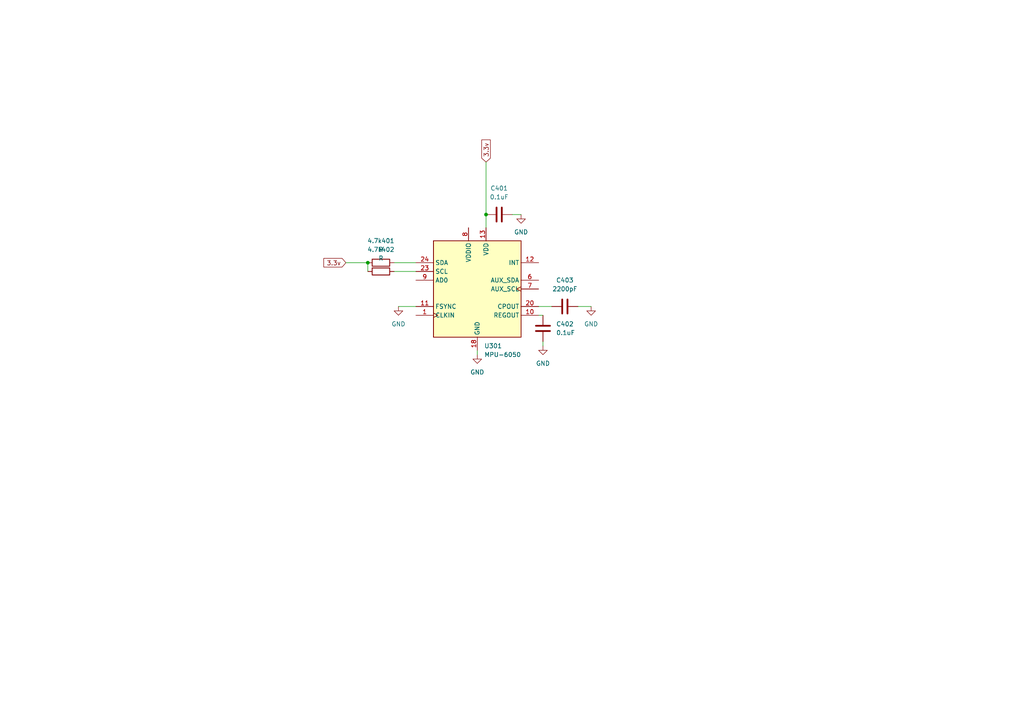
<source format=kicad_sch>
(kicad_sch (version 20211123) (generator eeschema)
  (paper "A4")
  (title_block (title "Giroscopio") (date "2022-10-25") (company "Vespin2"))
  (lib_symbols
    (symbol "Device:C" (pin_numbers hide) (pin_names (offset 0.254))
      (property "Reference" "C" (at 0.635 2.54 0))
      (property "Value" "C" (at 0.635 -2.54 0))
      (symbol "C_0_1"
        (polyline (pts (xy -2.032 -0.762) (xy 2.032 -0.762)) (stroke (width 0.508)))
        (polyline (pts (xy -2.032 0.762) (xy 2.032 0.762)) (stroke (width 0.508)))
      )
      (symbol "C_1_1"
        (pin passive line (at 0 3.81 270) (length 2.794) (name "~") (number "1"))
        (pin passive line (at 0 -3.81 90) (length 2.794) (name "~") (number "2"))
      )
    )
    (symbol "Device:R" (pin_numbers hide) (pin_names (offset 0))
      (property "Reference" "R" (at 2.032 0 90))
      (property "Value" "R" (at 0 0 90))
      (symbol "R_0_1"
        (rectangle (start -1.016 -2.54) (end 1.016 2.54) (stroke (width 0.254)))
      )
      (symbol "R_1_1"
        (pin passive line (at 0 3.81 270) (length 1.27) (name "~") (number "1"))
        (pin passive line (at 0 -3.81 90) (length 1.27) (name "~") (number "2"))
      )
    )
    (symbol "Sensor_Motion:MPU-6050"
      (property "Reference" "U" (at -11.43 13.97 0))
      (property "Value" "MPU-6050" (at 7.62 -15.24 0))
      (symbol "MPU-6050_0_0"
        (text "" (at 12.7 -2.54 0) (effects (font (size 1.27 1.27))))
      )
      (symbol "MPU-6050_0_1"
        (rectangle (start -12.7 13.97) (end 12.7 -13.97) (stroke (width 0.254)) (fill (type background)))
      )
      (symbol "MPU-6050_1_1"
        (pin input clock (at -17.78 -7.62 0) (length 5.08) (name "CLKIN") (number "1"))
        (pin passive line (at 17.78 -7.62 180) (length 5.08) (name "REGOUT") (number "10"))
        (pin input line (at -17.78 -5.08 0) (length 5.08) (name "FSYNC") (number "11"))
        (pin output line (at 17.78 7.62 180) (length 5.08) (name "INT") (number "12"))
        (pin power_in line (at 2.54 17.78 270) (length 3.81) (name "VDD") (number "13"))
        (pin no_connect line (at -12.7 -10.16 0) (length 2.54) hide (name "NC") (number "14"))
        (pin no_connect line (at 12.7 12.7 180) (length 2.54) hide (name "NC") (number "15"))
        (pin no_connect line (at 12.7 10.16 180) (length 2.54) hide (name "NC") (number "16"))
        (pin no_connect line (at 12.7 5.08 180) (length 2.54) hide (name "NC") (number "17"))
        (pin power_in line (at 0 -17.78 90) (length 3.81) (name "GND") (number "18"))
        (pin no_connect line (at 12.7 -10.16 180) (length 2.54) hide (name "NC") (number "19"))
        (pin no_connect line (at -12.7 12.7 0) (length 2.54) hide (name "NC") (number "2"))
        (pin passive line (at 17.78 -5.08 180) (length 5.08) (name "CPOUT") (number "20"))
        (pin no_connect line (at 12.7 -2.54 180) (length 2.54) hide (name "NC") (number "21"))
        (pin no_connect line (at 12.7 -12.7 180) (length 2.54) hide (name "NC") (number "22"))
        (pin input line (at -17.78 5.08 0) (length 5.08) (name "SCL") (number "23"))
        (pin bidirectional line (at -17.78 7.62 0) (length 5.08) (name "SDA") (number "24"))
        (pin no_connect line (at -12.7 10.16 0) (length 2.54) hide (name "NC") (number "3"))
        (pin no_connect line (at -12.7 0 0) (length 2.54) hide (name "NC") (number "4"))
        (pin no_connect line (at -12.7 -2.54 0) (length 2.54) hide (name "NC") (number "5"))
        (pin bidirectional line (at 17.78 2.54 180) (length 5.08) (name "AUX_SDA") (number "6"))
        (pin output clock (at 17.78 0 180) (length 5.08) (name "AUX_SCL") (number "7"))
        (pin power_in line (at -2.54 17.78 270) (length 3.81) (name "VDDIO") (number "8"))
        (pin input line (at -17.78 2.54 0) (length 5.08) (name "AD0") (number "9"))
      )
    )
    (symbol "power:GND" (power) (pin_names (offset 0))
      (property "Value" "GND" (at 0 -3.81 0))
      (symbol "GND_0_1"
        (polyline (pts (xy 0 0) (xy 0 -1.27) (xy 1.27 -1.27) (xy 0 -2.54) (xy -1.27 -1.27) (xy 0 -1.27)))
      )
      (symbol "GND_1_1"
        (pin power_in line (at 0 0 270) (length 0) hide (name "GND") (number "1"))
      )
    )
  )
  (junction (at 140.97 62.23))
  (junction (at 106.68 76.2))
  (wire (pts (xy 167.64 88.9) (xy 171.45 88.9)))
  (wire (pts (xy 156.21 88.9) (xy 160.02 88.9)))
  (wire (pts (xy 148.59 62.23) (xy 151.13 62.23)))
  (wire (pts (xy 156.21 91.44) (xy 157.48 91.44)))
  (wire (pts (xy 140.97 62.23) (xy 140.97 66.04)))
  (wire (pts (xy 115.57 88.9) (xy 120.65 88.9)))
  (wire (pts (xy 100.33 76.2) (xy 106.68 76.2)))
  (wire (pts (xy 114.3 78.74) (xy 120.65 78.74)))
  (wire (pts (xy 140.97 46.99) (xy 140.97 62.23)))
  (wire (pts (xy 106.68 76.2) (xy 106.68 78.74)))
  (wire (pts (xy 114.3 76.2) (xy 120.65 76.2)))
  (wire (pts (xy 138.43 101.6) (xy 138.43 102.87)))
  (wire (pts (xy 157.48 99.06) (xy 157.48 100.33)))
  (global_label "3.3v" (shape input) (at 140.97 46.99 90) (property "Intersheet References" "${INTERSHEET_REFS}" (effects hide)))
  (global_label "3.3v" (shape input) (at 100.33 76.2 180) (property "Intersheet References" "${INTERSHEET_REFS}" (effects hide)))
  (symbol (lib_id "Device:R") (at 110.49 76.2 90) (unit 1)
    (property "Reference" "4.7k401" (at 110.49 69.85 90))
    (property "Value" "R" (at 110.49 72.39 90))
  )
  (symbol (lib_id "power:GND") (at 115.57 88.9 0) (unit 1)
    (property "Reference" "#PWR0104" (effects hide))
    (property "Value" "GND" (at 115.57 93.98 0))
  )
  (symbol (lib_id "Device:R") (at 110.49 78.74 90) (unit 1)
    (property "Reference" "4.7k402" (at 110.49 72.39 90))
    (property "Value" "R" (at 110.49 74.93 90))
  )
  (symbol (lib_id "power:GND") (at 151.13 62.23 0) (unit 1)
    (property "Reference" "#PWR0105" (effects hide))
    (property "Value" "GND" (at 151.13 67.31 0))
  )
  (symbol (lib_id "Device:C") (at 163.83 88.9 90) (unit 1)
    (property "Reference" "C403" (at 163.83 81.28 90))
    (property "Value" "2200pF" (at 163.83 83.82 90))
  )
  (symbol (lib_id "power:GND") (at 171.45 88.9 0) (unit 1)
    (property "Reference" "#PWR0101" (effects hide))
    (property "Value" "GND" (at 171.45 93.98 0))
  )
  (symbol (lib_id "power:GND") (at 138.43 102.87 0) (unit 1)
    (property "Reference" "#PWR0103" (effects hide))
    (property "Value" "GND" (at 138.43 107.95 0))
  )
  (symbol (lib_id "Device:C") (at 157.48 95.25 0) (unit 1)
    (property "Reference" "C402" (at 161.29 93.9799 0) (effects (justify left)))
    (property "Value" "0.1uF" (at 161.29 96.5199 0) (effects (justify left)))
  )
  (symbol (lib_id "Device:C") (at 144.78 62.23 90) (unit 1)
    (property "Reference" "C401" (at 144.78 54.61 90))
    (property "Value" "0.1uF" (at 144.78 57.15 90))
  )
  (symbol (lib_id "Sensor_Motion:MPU-6050") (at 138.43 83.82 0) (unit 1)
    (property "Reference" "U301" (at 140.4494 100.33 0) (effects (justify left)))
    (property "Value" "MPU-6050" (at 140.4494 102.87 0) (effects (justify left)))
    (property "Footprint" "Sensor_Motion:InvenSense_QFN-24_4x4mm_P0.5mm" (effects hide))
    (property "Datasheet" "https://store.invensense.com/datasheets/invensense/MPU-6050_DataSheet_V3%204.pdf" (effects hide))
  )
  (symbol (lib_id "power:GND") (at 157.48 100.33 0) (unit 1)
    (property "Reference" "#PWR0102" (effects hide))
    (property "Value" "GND" (at 157.48 105.41 0))
  )
)
</source>
